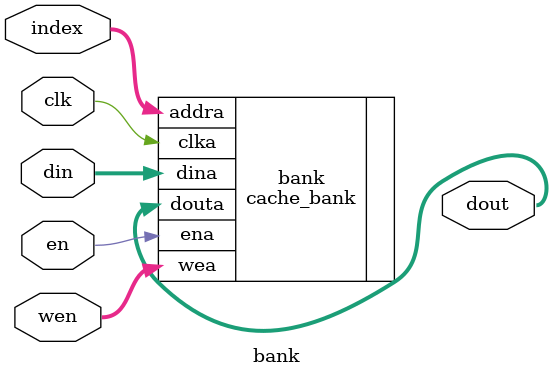
<source format=v>
`include "../defines.vh"
module bank(
    input wire clk,
    input wire en,
    input wire [3:0] wen,
    input wire [6:0] index,
    input wire [31:0] din,
    output wire [31:0] dout
);
    cache_bank bank(
        .clka   (clk),
        .ena    (en),
        .wea    (wen),
        .addra  (index),
        .dina   (din),
        .douta  (dout)
    );

endmodule
</source>
